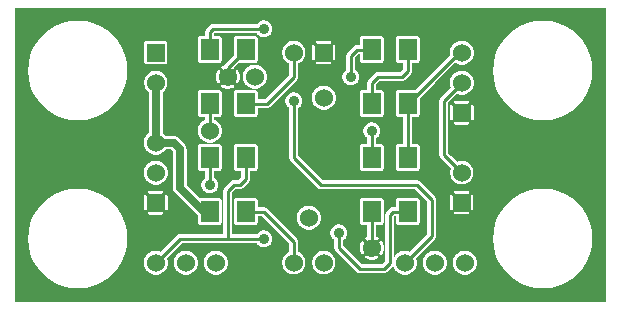
<source format=gbl>
G04 start of page 3 for group 1 idx 1 *
G04 Title: (unknown), ground *
G04 Creator: pcb 20140316 *
G04 CreationDate: Sat 19 Jul 2014 12:31:25 AM GMT UTC *
G04 For: visage *
G04 Format: Gerber/RS-274X *
G04 PCB-Dimensions (mil): 2010.00 1020.00 *
G04 PCB-Coordinate-Origin: lower left *
%MOIN*%
%FSLAX25Y25*%
%LNBOTTOM*%
%ADD30C,0.0380*%
%ADD29C,0.0350*%
%ADD28C,0.0200*%
%ADD27C,0.1260*%
%ADD26C,0.0360*%
%ADD25R,0.0600X0.0600*%
%ADD24C,0.0600*%
%ADD23C,0.0250*%
%ADD22C,0.0100*%
%ADD21C,0.0001*%
G54D21*G36*
X177974Y100000D02*X199000D01*
Y2000D01*
X177974D01*
Y6401D01*
X178000Y6399D01*
X180597Y6603D01*
X183130Y7211D01*
X185537Y8208D01*
X187758Y9569D01*
X189739Y11261D01*
X191431Y13242D01*
X192792Y15463D01*
X193789Y17870D01*
X194397Y20403D01*
X194550Y23000D01*
X194397Y25597D01*
X193789Y28130D01*
X192792Y30537D01*
X191431Y32758D01*
X189739Y34739D01*
X187758Y36431D01*
X185537Y37792D01*
X183130Y38789D01*
X180597Y39397D01*
X178000Y39601D01*
X177974Y39599D01*
Y62401D01*
X178000Y62399D01*
X180597Y62603D01*
X183130Y63211D01*
X185537Y64208D01*
X187758Y65569D01*
X189739Y67261D01*
X191431Y69242D01*
X192792Y71463D01*
X193789Y73870D01*
X194397Y76403D01*
X194550Y79000D01*
X194397Y81597D01*
X193789Y84130D01*
X192792Y86537D01*
X191431Y88758D01*
X189739Y90739D01*
X187758Y92431D01*
X185537Y93792D01*
X183130Y94789D01*
X180597Y95397D01*
X178000Y95601D01*
X177974Y95599D01*
Y100000D01*
G37*
G36*
X154450D02*X177974D01*
Y95599D01*
X175403Y95397D01*
X172870Y94789D01*
X170463Y93792D01*
X168242Y92431D01*
X166261Y90739D01*
X164569Y88758D01*
X163208Y86537D01*
X162211Y84130D01*
X161603Y81597D01*
X161399Y79000D01*
X161603Y76403D01*
X162211Y73870D01*
X163208Y71463D01*
X164569Y69242D01*
X166261Y67261D01*
X168242Y65569D01*
X170463Y64208D01*
X172870Y63211D01*
X175403Y62603D01*
X177974Y62401D01*
Y39599D01*
X175403Y39397D01*
X172870Y38789D01*
X170463Y37792D01*
X168242Y36431D01*
X166261Y34739D01*
X164569Y32758D01*
X163208Y30537D01*
X162211Y28130D01*
X161603Y25597D01*
X161399Y23000D01*
X161603Y20403D01*
X162211Y17870D01*
X163208Y15463D01*
X164569Y13242D01*
X166261Y11261D01*
X168242Y9569D01*
X170463Y8208D01*
X172870Y7211D01*
X175403Y6603D01*
X177974Y6401D01*
Y2000D01*
X154450D01*
Y11832D01*
X154837Y12163D01*
X155246Y12642D01*
X155575Y13178D01*
X155816Y13760D01*
X155963Y14372D01*
X156000Y15000D01*
X155963Y15628D01*
X155816Y16240D01*
X155575Y16822D01*
X155246Y17358D01*
X154837Y17837D01*
X154450Y18168D01*
Y32449D01*
X154521Y32454D01*
X154589Y32471D01*
X154655Y32498D01*
X154715Y32535D01*
X154769Y32581D01*
X154815Y32635D01*
X154852Y32695D01*
X154879Y32761D01*
X154896Y32829D01*
X154900Y32900D01*
Y37100D01*
X154896Y37171D01*
X154879Y37239D01*
X154852Y37305D01*
X154815Y37365D01*
X154769Y37419D01*
X154715Y37465D01*
X154655Y37502D01*
X154589Y37529D01*
X154521Y37546D01*
X154450Y37551D01*
Y43166D01*
X154486Y43224D01*
X154721Y43791D01*
X154864Y44388D01*
X154900Y45000D01*
X154864Y45612D01*
X154721Y46209D01*
X154486Y46776D01*
X154450Y46834D01*
Y62502D01*
X154500Y62498D01*
X154578Y62505D01*
X154655Y62523D01*
X154728Y62553D01*
X154795Y62594D01*
X154855Y62645D01*
X154906Y62705D01*
X154947Y62772D01*
X154977Y62845D01*
X154995Y62922D01*
X155000Y63000D01*
Y67000D01*
X154995Y67078D01*
X154977Y67155D01*
X154947Y67228D01*
X154906Y67295D01*
X154855Y67355D01*
X154795Y67406D01*
X154728Y67447D01*
X154655Y67477D01*
X154578Y67495D01*
X154500Y67502D01*
X154450Y67498D01*
Y72974D01*
X154575Y73178D01*
X154816Y73760D01*
X154963Y74372D01*
X155000Y75000D01*
X154963Y75628D01*
X154816Y76240D01*
X154575Y76822D01*
X154450Y77026D01*
Y82974D01*
X154575Y83178D01*
X154816Y83760D01*
X154963Y84372D01*
X155000Y85000D01*
X154963Y85628D01*
X154816Y86240D01*
X154575Y86822D01*
X154450Y87026D01*
Y100000D01*
G37*
G36*
Y77026D02*X154246Y77358D01*
X153837Y77837D01*
X153358Y78246D01*
X152822Y78575D01*
X152240Y78816D01*
X151628Y78963D01*
X151000Y79012D01*
X150372Y78963D01*
X149760Y78816D01*
X149248Y78604D01*
Y81396D01*
X149760Y81184D01*
X150372Y81037D01*
X151000Y80988D01*
X151628Y81037D01*
X152240Y81184D01*
X152822Y81425D01*
X153358Y81754D01*
X153837Y82163D01*
X154246Y82642D01*
X154450Y82974D01*
Y77026D01*
G37*
G36*
Y46834D02*X154165Y47299D01*
X153766Y47766D01*
X153299Y48165D01*
X152776Y48486D01*
X152209Y48721D01*
X151612Y48864D01*
X151000Y48912D01*
X150388Y48864D01*
X149791Y48721D01*
X149515Y48606D01*
X149248Y48874D01*
Y61000D01*
X153000D01*
X153078Y61005D01*
X153155Y61023D01*
X153228Y61053D01*
X153295Y61094D01*
X153355Y61145D01*
X153406Y61205D01*
X153447Y61272D01*
X153477Y61345D01*
X153495Y61422D01*
X153502Y61500D01*
X153495Y61578D01*
X153477Y61655D01*
X153447Y61728D01*
X153406Y61795D01*
X153355Y61855D01*
X153295Y61906D01*
X153228Y61947D01*
X153155Y61977D01*
X153078Y61995D01*
X153000Y62000D01*
X149248D01*
Y68000D01*
X153000D01*
X153078Y68005D01*
X153155Y68023D01*
X153228Y68053D01*
X153295Y68094D01*
X153355Y68145D01*
X153406Y68205D01*
X153447Y68272D01*
X153477Y68345D01*
X153495Y68422D01*
X153502Y68500D01*
X153495Y68578D01*
X153477Y68655D01*
X153447Y68728D01*
X153406Y68795D01*
X153355Y68855D01*
X153295Y68906D01*
X153228Y68947D01*
X153155Y68977D01*
X153078Y68995D01*
X153000Y69000D01*
X149248D01*
Y71126D01*
X149439Y71317D01*
X149760Y71184D01*
X150372Y71037D01*
X151000Y70988D01*
X151628Y71037D01*
X152240Y71184D01*
X152822Y71425D01*
X153358Y71754D01*
X153837Y72163D01*
X154246Y72642D01*
X154450Y72974D01*
Y67498D01*
X154422Y67495D01*
X154345Y67477D01*
X154272Y67447D01*
X154205Y67406D01*
X154145Y67355D01*
X154094Y67295D01*
X154053Y67228D01*
X154023Y67155D01*
X154005Y67078D01*
X154000Y67000D01*
Y63000D01*
X154005Y62922D01*
X154023Y62845D01*
X154053Y62772D01*
X154094Y62705D01*
X154145Y62645D01*
X154205Y62594D01*
X154272Y62553D01*
X154345Y62523D01*
X154422Y62505D01*
X154450Y62502D01*
Y46834D01*
G37*
G36*
Y18168D02*X154358Y18246D01*
X153822Y18575D01*
X153240Y18816D01*
X152628Y18963D01*
X152000Y19012D01*
X151372Y18963D01*
X150760Y18816D01*
X150178Y18575D01*
X149642Y18246D01*
X149248Y17910D01*
Y31100D01*
X153100D01*
X153171Y31104D01*
X153239Y31121D01*
X153305Y31148D01*
X153365Y31185D01*
X153419Y31231D01*
X153465Y31285D01*
X153502Y31345D01*
X153529Y31411D01*
X153546Y31479D01*
X153551Y31550D01*
X153546Y31621D01*
X153529Y31689D01*
X153502Y31755D01*
X153465Y31815D01*
X153419Y31869D01*
X153365Y31915D01*
X153305Y31952D01*
X153239Y31979D01*
X153171Y31996D01*
X153100Y32000D01*
X149248D01*
Y38000D01*
X153100D01*
X153171Y38004D01*
X153239Y38021D01*
X153305Y38048D01*
X153365Y38085D01*
X153419Y38131D01*
X153465Y38185D01*
X153502Y38245D01*
X153529Y38311D01*
X153546Y38379D01*
X153551Y38450D01*
X153546Y38521D01*
X153529Y38589D01*
X153502Y38655D01*
X153465Y38715D01*
X153419Y38769D01*
X153365Y38815D01*
X153305Y38852D01*
X153239Y38879D01*
X153171Y38896D01*
X153100Y38900D01*
X149248D01*
Y41505D01*
X149791Y41279D01*
X150388Y41136D01*
X151000Y41088D01*
X151612Y41136D01*
X152209Y41279D01*
X152776Y41514D01*
X153299Y41835D01*
X153766Y42234D01*
X154165Y42701D01*
X154450Y43166D01*
Y37551D01*
X154379Y37546D01*
X154311Y37529D01*
X154245Y37502D01*
X154185Y37465D01*
X154131Y37419D01*
X154085Y37365D01*
X154048Y37305D01*
X154021Y37239D01*
X154004Y37171D01*
X154000Y37100D01*
Y32900D01*
X154004Y32829D01*
X154021Y32761D01*
X154048Y32695D01*
X154085Y32635D01*
X154131Y32581D01*
X154185Y32535D01*
X154245Y32498D01*
X154311Y32471D01*
X154379Y32454D01*
X154450Y32449D01*
Y18168D01*
G37*
G36*
Y2000D02*X149248D01*
Y12090D01*
X149642Y11754D01*
X150178Y11425D01*
X150760Y11184D01*
X151372Y11037D01*
X152000Y10988D01*
X152628Y11037D01*
X153240Y11184D01*
X153822Y11425D01*
X154358Y11754D01*
X154450Y11832D01*
Y2000D01*
G37*
G36*
X149248Y100000D02*X154450D01*
Y87026D01*
X154246Y87358D01*
X153837Y87837D01*
X153358Y88246D01*
X152822Y88575D01*
X152240Y88816D01*
X151628Y88963D01*
X151000Y89012D01*
X150372Y88963D01*
X149760Y88816D01*
X149248Y88604D01*
Y100000D01*
G37*
G36*
Y48874D02*X147500Y50621D01*
Y62498D01*
X147578Y62505D01*
X147655Y62523D01*
X147728Y62553D01*
X147795Y62594D01*
X147855Y62645D01*
X147906Y62705D01*
X147947Y62772D01*
X147977Y62845D01*
X147995Y62922D01*
X148000Y63000D01*
Y67000D01*
X147995Y67078D01*
X147977Y67155D01*
X147947Y67228D01*
X147906Y67295D01*
X147855Y67355D01*
X147795Y67406D01*
X147728Y67447D01*
X147655Y67477D01*
X147578Y67495D01*
X147500Y67502D01*
Y69379D01*
X149248Y71126D01*
Y69000D01*
X149000D01*
X148922Y68995D01*
X148845Y68977D01*
X148772Y68947D01*
X148705Y68906D01*
X148645Y68855D01*
X148594Y68795D01*
X148553Y68728D01*
X148523Y68655D01*
X148505Y68578D01*
X148498Y68500D01*
X148505Y68422D01*
X148523Y68345D01*
X148553Y68272D01*
X148594Y68205D01*
X148645Y68145D01*
X148705Y68094D01*
X148772Y68053D01*
X148845Y68023D01*
X148922Y68005D01*
X149000Y68000D01*
X149248D01*
Y62000D01*
X149000D01*
X148922Y61995D01*
X148845Y61977D01*
X148772Y61947D01*
X148705Y61906D01*
X148645Y61855D01*
X148594Y61795D01*
X148553Y61728D01*
X148523Y61655D01*
X148505Y61578D01*
X148498Y61500D01*
X148505Y61422D01*
X148523Y61345D01*
X148553Y61272D01*
X148594Y61205D01*
X148645Y61145D01*
X148705Y61094D01*
X148772Y61053D01*
X148845Y61023D01*
X148922Y61005D01*
X149000Y61000D01*
X149248D01*
Y48874D01*
G37*
G36*
X147500Y50621D02*X146500Y51621D01*
Y68379D01*
X147500Y69379D01*
Y67502D01*
X147422Y67495D01*
X147345Y67477D01*
X147272Y67447D01*
X147205Y67406D01*
X147145Y67355D01*
X147094Y67295D01*
X147053Y67228D01*
X147023Y67155D01*
X147005Y67078D01*
X147000Y67000D01*
Y63000D01*
X147005Y62922D01*
X147023Y62845D01*
X147053Y62772D01*
X147094Y62705D01*
X147145Y62645D01*
X147205Y62594D01*
X147272Y62553D01*
X147345Y62523D01*
X147422Y62505D01*
X147500Y62498D01*
Y50621D01*
G37*
G36*
X147550Y80429D02*X148786Y81665D01*
X149178Y81425D01*
X149248Y81396D01*
Y78604D01*
X149178Y78575D01*
X148642Y78246D01*
X148163Y77837D01*
X147754Y77358D01*
X147550Y77026D01*
Y80429D01*
G37*
G36*
X149248Y2000D02*X147550D01*
Y32449D01*
X147621Y32454D01*
X147689Y32471D01*
X147755Y32498D01*
X147815Y32535D01*
X147869Y32581D01*
X147915Y32635D01*
X147952Y32695D01*
X147979Y32761D01*
X147996Y32829D01*
X148000Y32900D01*
Y37100D01*
X147996Y37171D01*
X147979Y37239D01*
X147952Y37305D01*
X147915Y37365D01*
X147869Y37419D01*
X147815Y37465D01*
X147755Y37502D01*
X147689Y37529D01*
X147621Y37546D01*
X147550Y37551D01*
Y43166D01*
X147835Y42701D01*
X148234Y42234D01*
X148701Y41835D01*
X149224Y41514D01*
X149248Y41505D01*
Y38900D01*
X148900D01*
X148829Y38896D01*
X148761Y38879D01*
X148695Y38852D01*
X148635Y38815D01*
X148581Y38769D01*
X148535Y38715D01*
X148498Y38655D01*
X148471Y38589D01*
X148454Y38521D01*
X148449Y38450D01*
X148454Y38379D01*
X148471Y38311D01*
X148498Y38245D01*
X148535Y38185D01*
X148581Y38131D01*
X148635Y38085D01*
X148695Y38048D01*
X148761Y38021D01*
X148829Y38004D01*
X148900Y38000D01*
X149248D01*
Y32000D01*
X148900D01*
X148829Y31996D01*
X148761Y31979D01*
X148695Y31952D01*
X148635Y31915D01*
X148581Y31869D01*
X148535Y31815D01*
X148498Y31755D01*
X148471Y31689D01*
X148454Y31621D01*
X148449Y31550D01*
X148454Y31479D01*
X148471Y31411D01*
X148498Y31345D01*
X148535Y31285D01*
X148581Y31231D01*
X148635Y31185D01*
X148695Y31148D01*
X148761Y31121D01*
X148829Y31104D01*
X148900Y31100D01*
X149248D01*
Y17910D01*
X149163Y17837D01*
X148754Y17358D01*
X148425Y16822D01*
X148184Y16240D01*
X148037Y15628D01*
X147988Y15000D01*
X148037Y14372D01*
X148184Y13760D01*
X148425Y13178D01*
X148754Y12642D01*
X149163Y12163D01*
X149248Y12090D01*
Y2000D01*
G37*
G36*
X147550D02*X142000D01*
Y10988D01*
X142628Y11037D01*
X143240Y11184D01*
X143822Y11425D01*
X144358Y11754D01*
X144837Y12163D01*
X145246Y12642D01*
X145575Y13178D01*
X145816Y13760D01*
X145963Y14372D01*
X146000Y15000D01*
X145963Y15628D01*
X145816Y16240D01*
X145575Y16822D01*
X145246Y17358D01*
X144837Y17837D01*
X144358Y18246D01*
X143822Y18575D01*
X143240Y18816D01*
X142628Y18963D01*
X142000Y19012D01*
Y22879D01*
X142019Y22898D01*
X142064Y22936D01*
X142217Y23115D01*
X142217Y23116D01*
X142341Y23317D01*
X142431Y23535D01*
X142486Y23765D01*
X142505Y24000D01*
X142500Y24059D01*
Y35941D01*
X142505Y36000D01*
X142486Y36235D01*
X142486Y36235D01*
X142431Y36465D01*
X142341Y36683D01*
X142217Y36884D01*
X142064Y37064D01*
X142019Y37102D01*
X142000Y37121D01*
Y74879D01*
X147550Y80429D01*
Y77026D01*
X147425Y76822D01*
X147184Y76240D01*
X147037Y75628D01*
X146988Y75000D01*
X147037Y74372D01*
X147184Y73760D01*
X147317Y73439D01*
X143981Y70102D01*
X143936Y70064D01*
X143783Y69884D01*
X143659Y69683D01*
X143569Y69465D01*
X143514Y69235D01*
X143514Y69235D01*
X143495Y69000D01*
X143500Y68941D01*
Y51059D01*
X143495Y51000D01*
X143514Y50765D01*
X143569Y50535D01*
X143659Y50317D01*
X143783Y50116D01*
X143783Y50115D01*
X143936Y49936D01*
X143981Y49898D01*
X147394Y46485D01*
X147279Y46209D01*
X147136Y45612D01*
X147088Y45000D01*
X147136Y44388D01*
X147279Y43791D01*
X147514Y43224D01*
X147550Y43166D01*
Y37551D01*
X147479Y37546D01*
X147411Y37529D01*
X147345Y37502D01*
X147285Y37465D01*
X147231Y37419D01*
X147185Y37365D01*
X147148Y37305D01*
X147121Y37239D01*
X147104Y37171D01*
X147100Y37100D01*
Y32900D01*
X147104Y32829D01*
X147121Y32761D01*
X147148Y32695D01*
X147185Y32635D01*
X147231Y32581D01*
X147285Y32535D01*
X147345Y32498D01*
X147411Y32471D01*
X147479Y32454D01*
X147550Y32449D01*
Y2000D01*
G37*
G36*
X142000Y100000D02*X149248D01*
Y88604D01*
X149178Y88575D01*
X148642Y88246D01*
X148163Y87837D01*
X147754Y87358D01*
X147425Y86822D01*
X147184Y86240D01*
X147037Y85628D01*
X146988Y85000D01*
X147037Y84372D01*
X147078Y84200D01*
X142000Y79121D01*
Y100000D01*
G37*
G36*
X118096Y11500D02*X124941D01*
X125000Y11495D01*
X125235Y11514D01*
X125235Y11514D01*
X125465Y11569D01*
X125683Y11659D01*
X125884Y11783D01*
X126064Y11936D01*
X126102Y11981D01*
X128019Y13898D01*
X128064Y13936D01*
X128125Y14007D01*
X128184Y13760D01*
X128425Y13178D01*
X128754Y12642D01*
X129163Y12163D01*
X129642Y11754D01*
X130178Y11425D01*
X130760Y11184D01*
X131372Y11037D01*
X132000Y10988D01*
X132628Y11037D01*
X133240Y11184D01*
X133822Y11425D01*
X134358Y11754D01*
X134837Y12163D01*
X135246Y12642D01*
X135575Y13178D01*
X135816Y13760D01*
X135963Y14372D01*
X136000Y15000D01*
X135963Y15628D01*
X135816Y16240D01*
X135683Y16561D01*
X142000Y22879D01*
Y19012D01*
X141372Y18963D01*
X140760Y18816D01*
X140178Y18575D01*
X139642Y18246D01*
X139163Y17837D01*
X138754Y17358D01*
X138425Y16822D01*
X138184Y16240D01*
X138037Y15628D01*
X137988Y15000D01*
X138037Y14372D01*
X138184Y13760D01*
X138425Y13178D01*
X138754Y12642D01*
X139163Y12163D01*
X139642Y11754D01*
X140178Y11425D01*
X140760Y11184D01*
X141372Y11037D01*
X142000Y10988D01*
Y2000D01*
X118096D01*
Y11500D01*
G37*
G36*
X124225Y39500D02*X135379D01*
X139500Y35379D01*
Y24621D01*
X133561Y18683D01*
X133240Y18816D01*
X132628Y18963D01*
X132000Y19012D01*
X131372Y18963D01*
X130760Y18816D01*
X130178Y18575D01*
X129642Y18246D01*
X129163Y17837D01*
X128754Y17358D01*
X128500Y16944D01*
Y30379D01*
X128621Y30500D01*
X129006D01*
X129009Y28343D01*
X129046Y28190D01*
X129106Y28045D01*
X129188Y27910D01*
X129291Y27791D01*
X129410Y27688D01*
X129545Y27606D01*
X129690Y27546D01*
X129843Y27509D01*
X130000Y27500D01*
X136157Y27509D01*
X136310Y27546D01*
X136455Y27606D01*
X136590Y27688D01*
X136709Y27791D01*
X136812Y27910D01*
X136894Y28045D01*
X136954Y28190D01*
X136991Y28343D01*
X137000Y28500D01*
X136991Y35657D01*
X136954Y35810D01*
X136894Y35955D01*
X136812Y36090D01*
X136709Y36209D01*
X136590Y36312D01*
X136455Y36394D01*
X136310Y36454D01*
X136157Y36491D01*
X136000Y36500D01*
X129843Y36491D01*
X129690Y36454D01*
X129545Y36394D01*
X129410Y36312D01*
X129291Y36209D01*
X129188Y36090D01*
X129106Y35955D01*
X129046Y35810D01*
X129009Y35657D01*
X129000Y35500D01*
X129003Y33500D01*
X128059D01*
X128000Y33505D01*
X127765Y33486D01*
X127535Y33431D01*
X127317Y33341D01*
X127116Y33217D01*
X127115Y33217D01*
X126936Y33064D01*
X126898Y33019D01*
X125981Y32102D01*
X125936Y32064D01*
X125783Y31884D01*
X125659Y31683D01*
X125569Y31465D01*
X125514Y31235D01*
X125514Y31235D01*
X125495Y31000D01*
X125500Y30941D01*
Y15621D01*
X124379Y14500D01*
X124225D01*
Y17617D01*
X124246Y17642D01*
X124575Y18178D01*
X124816Y18760D01*
X124963Y19372D01*
X125000Y20000D01*
X124963Y20628D01*
X124816Y21240D01*
X124575Y21822D01*
X124246Y22358D01*
X124225Y22383D01*
Y27526D01*
X124310Y27546D01*
X124455Y27606D01*
X124590Y27688D01*
X124709Y27791D01*
X124812Y27910D01*
X124894Y28045D01*
X124954Y28190D01*
X124991Y28343D01*
X125000Y28500D01*
X124991Y35657D01*
X124954Y35810D01*
X124894Y35955D01*
X124812Y36090D01*
X124709Y36209D01*
X124590Y36312D01*
X124455Y36394D01*
X124310Y36454D01*
X124225Y36474D01*
Y39500D01*
G37*
G36*
Y14500D02*X121000D01*
Y15988D01*
X121628Y16037D01*
X122240Y16184D01*
X122822Y16425D01*
X123358Y16754D01*
X123456Y16837D01*
X122743Y17550D01*
X122366Y17319D01*
X121930Y17138D01*
X121471Y17028D01*
X121000Y16991D01*
Y18495D01*
X121235Y18514D01*
X121465Y18569D01*
X121683Y18659D01*
X121884Y18783D01*
X122064Y18936D01*
X122217Y19116D01*
X122341Y19317D01*
X122431Y19535D01*
X122486Y19765D01*
X122500Y20000D01*
Y22599D01*
X122743Y22450D01*
X123456Y23163D01*
X123358Y23246D01*
X122822Y23575D01*
X122500Y23708D01*
Y27507D01*
X124157Y27509D01*
X124225Y27526D01*
Y22383D01*
X124163Y22456D01*
X123450Y21743D01*
X123681Y21366D01*
X123862Y20930D01*
X123972Y20471D01*
X124000Y20000D01*
X123972Y19529D01*
X123862Y19070D01*
X123681Y18634D01*
X123450Y18257D01*
X124163Y17544D01*
X124225Y17617D01*
Y14500D01*
G37*
G36*
X121000Y39500D02*X124225D01*
Y36474D01*
X124157Y36491D01*
X124000Y36500D01*
X121000Y36495D01*
Y39500D01*
G37*
G36*
Y14500D02*X118096D01*
Y17803D01*
X118550Y18257D01*
X118319Y18634D01*
X118138Y19070D01*
X118096Y19246D01*
Y20754D01*
X118138Y20930D01*
X118319Y21366D01*
X118550Y21743D01*
X118096Y22197D01*
Y27500D01*
X119500Y27502D01*
Y23708D01*
X119178Y23575D01*
X118642Y23246D01*
X118544Y23163D01*
X119257Y22450D01*
X119500Y22599D01*
Y20000D01*
X119514Y19765D01*
X119569Y19535D01*
X119659Y19317D01*
X119783Y19116D01*
X119936Y18936D01*
X120116Y18783D01*
X120317Y18659D01*
X120535Y18569D01*
X120765Y18514D01*
X121000Y18495D01*
Y16991D01*
X120529Y17028D01*
X120070Y17138D01*
X119634Y17319D01*
X119257Y17550D01*
X118544Y16837D01*
X118642Y16754D01*
X119178Y16425D01*
X119760Y16184D01*
X120372Y16037D01*
X121000Y15988D01*
Y14500D01*
G37*
G36*
X118096Y39500D02*X121000D01*
Y36495D01*
X118096Y36491D01*
Y39500D01*
G37*
G36*
Y100000D02*X142000D01*
Y79121D01*
X135378Y72499D01*
X129843Y72491D01*
X129690Y72454D01*
X129545Y72394D01*
X129410Y72312D01*
X129291Y72209D01*
X129188Y72090D01*
X129106Y71955D01*
X129046Y71810D01*
X129009Y71657D01*
X129000Y71500D01*
X129009Y64343D01*
X129046Y64190D01*
X129106Y64045D01*
X129188Y63910D01*
X129291Y63791D01*
X129410Y63688D01*
X129545Y63606D01*
X129690Y63546D01*
X129843Y63509D01*
X130000Y63500D01*
X131500Y63502D01*
Y54493D01*
X129843Y54491D01*
X129690Y54454D01*
X129545Y54394D01*
X129410Y54312D01*
X129291Y54209D01*
X129188Y54090D01*
X129106Y53955D01*
X129046Y53810D01*
X129009Y53657D01*
X129000Y53500D01*
X129009Y46343D01*
X129046Y46190D01*
X129106Y46045D01*
X129188Y45910D01*
X129291Y45791D01*
X129410Y45688D01*
X129545Y45606D01*
X129690Y45546D01*
X129843Y45509D01*
X130000Y45500D01*
X136157Y45509D01*
X136310Y45546D01*
X136455Y45606D01*
X136590Y45688D01*
X136709Y45791D01*
X136812Y45910D01*
X136894Y46045D01*
X136954Y46190D01*
X136991Y46343D01*
X137000Y46500D01*
X136991Y53657D01*
X136954Y53810D01*
X136894Y53955D01*
X136812Y54090D01*
X136709Y54209D01*
X136590Y54312D01*
X136455Y54394D01*
X136310Y54454D01*
X136157Y54491D01*
X136000Y54500D01*
X134500Y54498D01*
Y63507D01*
X136157Y63509D01*
X136310Y63546D01*
X136455Y63606D01*
X136590Y63688D01*
X136709Y63791D01*
X136812Y63910D01*
X136894Y64045D01*
X136954Y64190D01*
X136991Y64343D01*
X137000Y64500D01*
X136993Y69872D01*
X142000Y74879D01*
Y37121D01*
X137102Y42019D01*
X137064Y42064D01*
X136884Y42217D01*
X136683Y42341D01*
X136465Y42431D01*
X136235Y42486D01*
X136000Y42505D01*
X135941Y42500D01*
X118096D01*
Y45500D01*
X124157Y45509D01*
X124310Y45546D01*
X124455Y45606D01*
X124590Y45688D01*
X124709Y45791D01*
X124812Y45910D01*
X124894Y46045D01*
X124954Y46190D01*
X124991Y46343D01*
X125000Y46500D01*
X124991Y53657D01*
X124954Y53810D01*
X124894Y53955D01*
X124812Y54090D01*
X124709Y54209D01*
X124590Y54312D01*
X124455Y54394D01*
X124310Y54454D01*
X124157Y54491D01*
X124000Y54500D01*
X122500Y54498D01*
Y56635D01*
X122651Y56728D01*
X122986Y57014D01*
X123272Y57349D01*
X123503Y57725D01*
X123671Y58132D01*
X123774Y58561D01*
X123800Y59000D01*
X123774Y59439D01*
X123671Y59868D01*
X123503Y60275D01*
X123272Y60651D01*
X122986Y60986D01*
X122651Y61272D01*
X122275Y61503D01*
X121868Y61671D01*
X121439Y61774D01*
X121000Y61809D01*
X120561Y61774D01*
X120132Y61671D01*
X119725Y61503D01*
X119349Y61272D01*
X119014Y60986D01*
X118728Y60651D01*
X118497Y60275D01*
X118329Y59868D01*
X118226Y59439D01*
X118191Y59000D01*
X118226Y58561D01*
X118329Y58132D01*
X118497Y57725D01*
X118728Y57349D01*
X119014Y57014D01*
X119349Y56728D01*
X119500Y56635D01*
Y54493D01*
X118096Y54491D01*
Y63500D01*
X124157Y63509D01*
X124310Y63546D01*
X124455Y63606D01*
X124590Y63688D01*
X124709Y63791D01*
X124812Y63910D01*
X124894Y64045D01*
X124954Y64190D01*
X124991Y64343D01*
X125000Y64500D01*
X124991Y71657D01*
X124954Y71810D01*
X124894Y71955D01*
X124812Y72090D01*
X124709Y72209D01*
X124590Y72312D01*
X124455Y72394D01*
X124310Y72454D01*
X124157Y72491D01*
X124000Y72500D01*
X122500Y72498D01*
Y74379D01*
X123621Y75500D01*
X130941D01*
X131000Y75495D01*
X131235Y75514D01*
X131235Y75514D01*
X131465Y75569D01*
X131683Y75659D01*
X131884Y75783D01*
X132064Y75936D01*
X132102Y75981D01*
X134019Y77898D01*
X134064Y77936D01*
X134217Y78115D01*
X134217Y78116D01*
X134341Y78317D01*
X134431Y78535D01*
X134486Y78765D01*
X134505Y79000D01*
X134500Y79059D01*
Y81507D01*
X136157Y81509D01*
X136310Y81546D01*
X136455Y81606D01*
X136590Y81688D01*
X136709Y81791D01*
X136812Y81910D01*
X136894Y82045D01*
X136954Y82190D01*
X136991Y82343D01*
X137000Y82500D01*
X136991Y89657D01*
X136954Y89810D01*
X136894Y89955D01*
X136812Y90090D01*
X136709Y90209D01*
X136590Y90312D01*
X136455Y90394D01*
X136310Y90454D01*
X136157Y90491D01*
X136000Y90500D01*
X129843Y90491D01*
X129690Y90454D01*
X129545Y90394D01*
X129410Y90312D01*
X129291Y90209D01*
X129188Y90090D01*
X129106Y89955D01*
X129046Y89810D01*
X129009Y89657D01*
X129000Y89500D01*
X129009Y82343D01*
X129046Y82190D01*
X129106Y82045D01*
X129188Y81910D01*
X129291Y81791D01*
X129410Y81688D01*
X129545Y81606D01*
X129690Y81546D01*
X129843Y81509D01*
X130000Y81500D01*
X131500Y81502D01*
Y79621D01*
X130379Y78500D01*
X123059D01*
X123000Y78505D01*
X122765Y78486D01*
X122535Y78431D01*
X122317Y78341D01*
X122116Y78217D01*
X122115Y78217D01*
X121936Y78064D01*
X121898Y78019D01*
X119981Y76102D01*
X119936Y76064D01*
X119783Y75884D01*
X119659Y75683D01*
X119569Y75465D01*
X119514Y75235D01*
X119514Y75235D01*
X119495Y75000D01*
X119500Y74941D01*
Y72493D01*
X118096Y72491D01*
Y81500D01*
X124157Y81509D01*
X124310Y81546D01*
X124455Y81606D01*
X124590Y81688D01*
X124709Y81791D01*
X124812Y81910D01*
X124894Y82045D01*
X124954Y82190D01*
X124991Y82343D01*
X125000Y82500D01*
X124991Y89657D01*
X124954Y89810D01*
X124894Y89955D01*
X124812Y90090D01*
X124709Y90209D01*
X124590Y90312D01*
X124455Y90394D01*
X124310Y90454D01*
X124157Y90491D01*
X124000Y90500D01*
X118096Y90491D01*
Y100000D01*
G37*
G36*
Y19246D02*X118028Y19529D01*
X117991Y20000D01*
X118028Y20471D01*
X118096Y20754D01*
Y19246D01*
G37*
G36*
X104994Y39500D02*X118096D01*
Y36491D01*
X117843Y36491D01*
X117690Y36454D01*
X117545Y36394D01*
X117410Y36312D01*
X117291Y36209D01*
X117188Y36090D01*
X117106Y35955D01*
X117046Y35810D01*
X117009Y35657D01*
X117000Y35500D01*
X117009Y28343D01*
X117046Y28190D01*
X117106Y28045D01*
X117188Y27910D01*
X117291Y27791D01*
X117410Y27688D01*
X117545Y27606D01*
X117690Y27546D01*
X117843Y27509D01*
X118000Y27500D01*
X118096Y27500D01*
Y22197D01*
X117837Y22456D01*
X117754Y22358D01*
X117425Y21822D01*
X117184Y21240D01*
X117037Y20628D01*
X116988Y20000D01*
X117037Y19372D01*
X117184Y18760D01*
X117425Y18178D01*
X117754Y17642D01*
X117837Y17544D01*
X118096Y17803D01*
Y14500D01*
X117621D01*
X111500Y20621D01*
Y22635D01*
X111651Y22728D01*
X111986Y23014D01*
X112272Y23349D01*
X112503Y23725D01*
X112671Y24132D01*
X112774Y24561D01*
X112800Y25000D01*
X112774Y25439D01*
X112671Y25868D01*
X112503Y26275D01*
X112272Y26651D01*
X111986Y26986D01*
X111651Y27272D01*
X111275Y27503D01*
X110868Y27671D01*
X110439Y27774D01*
X110000Y27809D01*
X109561Y27774D01*
X109132Y27671D01*
X108725Y27503D01*
X108349Y27272D01*
X108014Y26986D01*
X107728Y26651D01*
X107497Y26275D01*
X107329Y25868D01*
X107226Y25439D01*
X107191Y25000D01*
X107226Y24561D01*
X107329Y24132D01*
X107497Y23725D01*
X107728Y23349D01*
X108014Y23014D01*
X108349Y22728D01*
X108500Y22635D01*
Y20059D01*
X108495Y20000D01*
X108514Y19765D01*
X108569Y19535D01*
X108659Y19317D01*
X108783Y19116D01*
X108936Y18936D01*
X108981Y18898D01*
X115898Y11981D01*
X115936Y11936D01*
X116115Y11783D01*
X116116Y11783D01*
X116317Y11659D01*
X116535Y11569D01*
X116765Y11514D01*
X117000Y11495D01*
X117059Y11500D01*
X118096D01*
Y2000D01*
X104994D01*
Y11088D01*
X105000Y11088D01*
X105612Y11136D01*
X106209Y11279D01*
X106776Y11514D01*
X107299Y11835D01*
X107766Y12234D01*
X108165Y12701D01*
X108486Y13224D01*
X108721Y13791D01*
X108864Y14388D01*
X108900Y15000D01*
X108864Y15612D01*
X108721Y16209D01*
X108486Y16776D01*
X108165Y17299D01*
X107766Y17766D01*
X107299Y18165D01*
X106776Y18486D01*
X106209Y18721D01*
X105612Y18864D01*
X105000Y18912D01*
X104994Y18912D01*
Y39500D01*
G37*
G36*
X108450Y100000D02*X118096D01*
Y90491D01*
X117843Y90491D01*
X117690Y90454D01*
X117545Y90394D01*
X117410Y90312D01*
X117291Y90209D01*
X117188Y90090D01*
X117106Y89955D01*
X117046Y89810D01*
X117009Y89657D01*
X117000Y89500D01*
X117003Y87500D01*
X116059D01*
X116000Y87505D01*
X115765Y87486D01*
X115535Y87431D01*
X115317Y87341D01*
X115116Y87217D01*
X115115Y87217D01*
X114936Y87064D01*
X114898Y87019D01*
X112981Y85102D01*
X112936Y85064D01*
X112783Y84884D01*
X112659Y84683D01*
X112569Y84465D01*
X112514Y84235D01*
X112514Y84235D01*
X112495Y84000D01*
X112500Y83941D01*
Y79365D01*
X112349Y79272D01*
X112014Y78986D01*
X111728Y78651D01*
X111497Y78275D01*
X111329Y77868D01*
X111226Y77439D01*
X111191Y77000D01*
X111226Y76561D01*
X111329Y76132D01*
X111497Y75725D01*
X111728Y75349D01*
X112014Y75014D01*
X112349Y74728D01*
X112725Y74497D01*
X113132Y74329D01*
X113561Y74226D01*
X114000Y74191D01*
X114439Y74226D01*
X114868Y74329D01*
X115275Y74497D01*
X115651Y74728D01*
X115986Y75014D01*
X116272Y75349D01*
X116503Y75725D01*
X116671Y76132D01*
X116774Y76561D01*
X116800Y77000D01*
X116774Y77439D01*
X116671Y77868D01*
X116503Y78275D01*
X116272Y78651D01*
X115986Y78986D01*
X115651Y79272D01*
X115500Y79365D01*
Y83379D01*
X116621Y84500D01*
X117006D01*
X117009Y82343D01*
X117046Y82190D01*
X117106Y82045D01*
X117188Y81910D01*
X117291Y81791D01*
X117410Y81688D01*
X117545Y81606D01*
X117690Y81546D01*
X117843Y81509D01*
X118000Y81500D01*
X118096Y81500D01*
Y72491D01*
X117843Y72491D01*
X117690Y72454D01*
X117545Y72394D01*
X117410Y72312D01*
X117291Y72209D01*
X117188Y72090D01*
X117106Y71955D01*
X117046Y71810D01*
X117009Y71657D01*
X117000Y71500D01*
X117009Y64343D01*
X117046Y64190D01*
X117106Y64045D01*
X117188Y63910D01*
X117291Y63791D01*
X117410Y63688D01*
X117545Y63606D01*
X117690Y63546D01*
X117843Y63509D01*
X118000Y63500D01*
X118096Y63500D01*
Y54491D01*
X117843Y54491D01*
X117690Y54454D01*
X117545Y54394D01*
X117410Y54312D01*
X117291Y54209D01*
X117188Y54090D01*
X117106Y53955D01*
X117046Y53810D01*
X117009Y53657D01*
X117000Y53500D01*
X117009Y46343D01*
X117046Y46190D01*
X117106Y46045D01*
X117188Y45910D01*
X117291Y45791D01*
X117410Y45688D01*
X117545Y45606D01*
X117690Y45546D01*
X117843Y45509D01*
X118000Y45500D01*
X118096Y45500D01*
Y42500D01*
X108450D01*
Y67974D01*
X108575Y68178D01*
X108816Y68760D01*
X108963Y69372D01*
X109000Y70000D01*
X108963Y70628D01*
X108816Y71240D01*
X108575Y71822D01*
X108450Y72026D01*
Y82449D01*
X108521Y82454D01*
X108589Y82471D01*
X108655Y82498D01*
X108715Y82535D01*
X108769Y82581D01*
X108815Y82635D01*
X108852Y82695D01*
X108879Y82761D01*
X108896Y82829D01*
X108900Y82900D01*
Y87100D01*
X108896Y87171D01*
X108879Y87239D01*
X108852Y87305D01*
X108815Y87365D01*
X108769Y87419D01*
X108715Y87465D01*
X108655Y87502D01*
X108589Y87529D01*
X108521Y87546D01*
X108450Y87551D01*
Y100000D01*
G37*
G36*
Y42500D02*X104994D01*
Y65988D01*
X105000Y65988D01*
X105628Y66037D01*
X106240Y66184D01*
X106822Y66425D01*
X107358Y66754D01*
X107837Y67163D01*
X108246Y67642D01*
X108450Y67974D01*
Y42500D01*
G37*
G36*
X104994Y100000D02*X108450D01*
Y87551D01*
X108379Y87546D01*
X108311Y87529D01*
X108245Y87502D01*
X108185Y87465D01*
X108131Y87419D01*
X108085Y87365D01*
X108048Y87305D01*
X108021Y87239D01*
X108004Y87171D01*
X108000Y87100D01*
Y82900D01*
X108004Y82829D01*
X108021Y82761D01*
X108048Y82695D01*
X108085Y82635D01*
X108131Y82581D01*
X108185Y82535D01*
X108245Y82498D01*
X108311Y82471D01*
X108379Y82454D01*
X108450Y82449D01*
Y72026D01*
X108246Y72358D01*
X107837Y72837D01*
X107358Y73246D01*
X106822Y73575D01*
X106240Y73816D01*
X105628Y73963D01*
X105000Y74012D01*
X104994Y74012D01*
Y81100D01*
X107100D01*
X107171Y81104D01*
X107239Y81121D01*
X107305Y81148D01*
X107365Y81185D01*
X107419Y81231D01*
X107465Y81285D01*
X107502Y81345D01*
X107529Y81411D01*
X107546Y81479D01*
X107551Y81550D01*
X107546Y81621D01*
X107529Y81689D01*
X107502Y81755D01*
X107465Y81815D01*
X107419Y81869D01*
X107365Y81915D01*
X107305Y81952D01*
X107239Y81979D01*
X107171Y81996D01*
X107100Y82000D01*
X104994D01*
Y88000D01*
X107100D01*
X107171Y88004D01*
X107239Y88021D01*
X107305Y88048D01*
X107365Y88085D01*
X107419Y88131D01*
X107465Y88185D01*
X107502Y88245D01*
X107529Y88311D01*
X107546Y88379D01*
X107551Y88450D01*
X107546Y88521D01*
X107529Y88589D01*
X107502Y88655D01*
X107465Y88715D01*
X107419Y88769D01*
X107365Y88815D01*
X107305Y88852D01*
X107239Y88879D01*
X107171Y88896D01*
X107100Y88900D01*
X104994D01*
Y100000D01*
G37*
G36*
X99994Y42885D02*X102898Y39981D01*
X102936Y39936D01*
X103115Y39783D01*
X103116Y39783D01*
X103317Y39659D01*
X103535Y39569D01*
X103765Y39514D01*
X104000Y39495D01*
X104059Y39500D01*
X104994D01*
Y18912D01*
X104388Y18864D01*
X103791Y18721D01*
X103224Y18486D01*
X102701Y18165D01*
X102234Y17766D01*
X101835Y17299D01*
X101514Y16776D01*
X101279Y16209D01*
X101136Y15612D01*
X101088Y15000D01*
X101136Y14388D01*
X101279Y13791D01*
X101514Y13224D01*
X101835Y12701D01*
X102234Y12234D01*
X102701Y11835D01*
X103224Y11514D01*
X103791Y11279D01*
X104388Y11136D01*
X104994Y11088D01*
Y2000D01*
X99994D01*
Y25988D01*
X100000Y25988D01*
X100628Y26037D01*
X101240Y26184D01*
X101822Y26425D01*
X102358Y26754D01*
X102837Y27163D01*
X103246Y27642D01*
X103575Y28178D01*
X103816Y28760D01*
X103963Y29372D01*
X104000Y30000D01*
X103963Y30628D01*
X103816Y31240D01*
X103575Y31822D01*
X103246Y32358D01*
X102837Y32837D01*
X102358Y33246D01*
X101822Y33575D01*
X101240Y33816D01*
X100628Y33963D01*
X100000Y34012D01*
X99994Y34012D01*
Y42885D01*
G37*
G36*
X101550Y67974D02*X101754Y67642D01*
X102163Y67163D01*
X102642Y66754D01*
X103178Y66425D01*
X103760Y66184D01*
X104372Y66037D01*
X104994Y65988D01*
Y42500D01*
X104621D01*
X101550Y45571D01*
Y67974D01*
G37*
G36*
Y100000D02*X104994D01*
Y88900D01*
X102900D01*
X102829Y88896D01*
X102761Y88879D01*
X102695Y88852D01*
X102635Y88815D01*
X102581Y88769D01*
X102535Y88715D01*
X102498Y88655D01*
X102471Y88589D01*
X102454Y88521D01*
X102449Y88450D01*
X102454Y88379D01*
X102471Y88311D01*
X102498Y88245D01*
X102535Y88185D01*
X102581Y88131D01*
X102635Y88085D01*
X102695Y88048D01*
X102761Y88021D01*
X102829Y88004D01*
X102900Y88000D01*
X104994D01*
Y82000D01*
X102900D01*
X102829Y81996D01*
X102761Y81979D01*
X102695Y81952D01*
X102635Y81915D01*
X102581Y81869D01*
X102535Y81815D01*
X102498Y81755D01*
X102471Y81689D01*
X102454Y81621D01*
X102449Y81550D01*
X102454Y81479D01*
X102471Y81411D01*
X102498Y81345D01*
X102535Y81285D01*
X102581Y81231D01*
X102635Y81185D01*
X102695Y81148D01*
X102761Y81121D01*
X102829Y81104D01*
X102900Y81100D01*
X104994D01*
Y74012D01*
X104372Y73963D01*
X103760Y73816D01*
X103178Y73575D01*
X102642Y73246D01*
X102163Y72837D01*
X101754Y72358D01*
X101550Y72026D01*
Y82449D01*
X101621Y82454D01*
X101689Y82471D01*
X101755Y82498D01*
X101815Y82535D01*
X101869Y82581D01*
X101915Y82635D01*
X101952Y82695D01*
X101979Y82761D01*
X101996Y82829D01*
X102000Y82900D01*
Y87100D01*
X101996Y87171D01*
X101979Y87239D01*
X101952Y87305D01*
X101915Y87365D01*
X101869Y87419D01*
X101815Y87465D01*
X101755Y87502D01*
X101689Y87529D01*
X101621Y87546D01*
X101550Y87551D01*
Y100000D01*
G37*
G36*
X99994D02*X101550D01*
Y87551D01*
X101479Y87546D01*
X101411Y87529D01*
X101345Y87502D01*
X101285Y87465D01*
X101231Y87419D01*
X101185Y87365D01*
X101148Y87305D01*
X101121Y87239D01*
X101104Y87171D01*
X101100Y87100D01*
Y82900D01*
X101104Y82829D01*
X101121Y82761D01*
X101148Y82695D01*
X101185Y82635D01*
X101231Y82581D01*
X101285Y82535D01*
X101345Y82498D01*
X101411Y82471D01*
X101479Y82454D01*
X101550Y82449D01*
Y72026D01*
X101425Y71822D01*
X101184Y71240D01*
X101037Y70628D01*
X100988Y70000D01*
X101037Y69372D01*
X101184Y68760D01*
X101425Y68178D01*
X101550Y67974D01*
Y45571D01*
X99994Y47127D01*
Y100000D01*
G37*
G36*
X86950D02*X99994D01*
Y47127D01*
X96500Y50621D01*
Y66635D01*
X96651Y66728D01*
X96986Y67014D01*
X97272Y67349D01*
X97503Y67725D01*
X97671Y68132D01*
X97774Y68561D01*
X97800Y69000D01*
X97774Y69439D01*
X97671Y69868D01*
X97503Y70275D01*
X97272Y70651D01*
X96986Y70986D01*
X96651Y71272D01*
X96275Y71503D01*
X95868Y71671D01*
X95439Y71774D01*
X95000Y71809D01*
X94561Y71774D01*
X94132Y71671D01*
X93725Y71503D01*
X93349Y71272D01*
X93014Y70986D01*
X92728Y70651D01*
X92497Y70275D01*
X92329Y69868D01*
X92226Y69439D01*
X92191Y69000D01*
X92226Y68561D01*
X92329Y68132D01*
X92497Y67725D01*
X92728Y67349D01*
X93014Y67014D01*
X93349Y66728D01*
X93500Y66635D01*
Y50059D01*
X93495Y50000D01*
X93514Y49765D01*
X93569Y49535D01*
X93659Y49317D01*
X93783Y49116D01*
X93936Y48936D01*
X93981Y48898D01*
X99994Y42885D01*
Y34012D01*
X99372Y33963D01*
X98760Y33816D01*
X98178Y33575D01*
X97642Y33246D01*
X97163Y32837D01*
X96754Y32358D01*
X96425Y31822D01*
X96184Y31240D01*
X96037Y30628D01*
X95988Y30000D01*
X96037Y29372D01*
X96184Y28760D01*
X96425Y28178D01*
X96754Y27642D01*
X97163Y27163D01*
X97642Y26754D01*
X98178Y26425D01*
X98760Y26184D01*
X99372Y26037D01*
X99994Y25988D01*
Y2000D01*
X86950D01*
Y20983D01*
X86986Y21014D01*
X87272Y21349D01*
X87503Y21725D01*
X87671Y22132D01*
X87774Y22561D01*
X87800Y23000D01*
X87774Y23439D01*
X87671Y23868D01*
X87503Y24275D01*
X87272Y24651D01*
X86986Y24986D01*
X86950Y25017D01*
Y27929D01*
X93500Y21379D01*
Y18600D01*
X93224Y18486D01*
X92701Y18165D01*
X92234Y17766D01*
X91835Y17299D01*
X91514Y16776D01*
X91279Y16209D01*
X91136Y15612D01*
X91088Y15000D01*
X91136Y14388D01*
X91279Y13791D01*
X91514Y13224D01*
X91835Y12701D01*
X92234Y12234D01*
X92701Y11835D01*
X93224Y11514D01*
X93791Y11279D01*
X94388Y11136D01*
X95000Y11088D01*
X95612Y11136D01*
X96209Y11279D01*
X96776Y11514D01*
X97299Y11835D01*
X97766Y12234D01*
X98165Y12701D01*
X98486Y13224D01*
X98721Y13791D01*
X98864Y14388D01*
X98900Y15000D01*
X98864Y15612D01*
X98721Y16209D01*
X98486Y16776D01*
X98165Y17299D01*
X97766Y17766D01*
X97299Y18165D01*
X96776Y18486D01*
X96500Y18600D01*
Y21941D01*
X96505Y22000D01*
X96486Y22235D01*
X96486Y22235D01*
X96431Y22465D01*
X96341Y22683D01*
X96217Y22884D01*
X96064Y23064D01*
X96019Y23102D01*
X86950Y32171D01*
Y66839D01*
X87064Y66936D01*
X87102Y66981D01*
X96019Y75898D01*
X96064Y75936D01*
X96217Y76115D01*
X96217Y76116D01*
X96341Y76317D01*
X96431Y76535D01*
X96486Y76765D01*
X96505Y77000D01*
X96500Y77059D01*
Y81400D01*
X96776Y81514D01*
X97299Y81835D01*
X97766Y82234D01*
X98165Y82701D01*
X98486Y83224D01*
X98721Y83791D01*
X98864Y84388D01*
X98900Y85000D01*
X98864Y85612D01*
X98721Y86209D01*
X98486Y86776D01*
X98165Y87299D01*
X97766Y87766D01*
X97299Y88165D01*
X96776Y88486D01*
X96209Y88721D01*
X95612Y88864D01*
X95000Y88912D01*
X94388Y88864D01*
X93791Y88721D01*
X93224Y88486D01*
X92701Y88165D01*
X92234Y87766D01*
X91835Y87299D01*
X91514Y86776D01*
X91279Y86209D01*
X91136Y85612D01*
X91088Y85000D01*
X91136Y84388D01*
X91279Y83791D01*
X91514Y83224D01*
X91835Y82701D01*
X92234Y82234D01*
X92701Y81835D01*
X93224Y81514D01*
X93500Y81400D01*
Y77621D01*
X86950Y71071D01*
Y90983D01*
X86986Y91014D01*
X87272Y91349D01*
X87503Y91725D01*
X87671Y92132D01*
X87774Y92561D01*
X87800Y93000D01*
X87774Y93439D01*
X87671Y93868D01*
X87503Y94275D01*
X87272Y94651D01*
X86986Y94986D01*
X86950Y95017D01*
Y100000D01*
G37*
G36*
X68994Y21500D02*X72941D01*
X73000Y21495D01*
X73059Y21500D01*
X82635D01*
X82728Y21349D01*
X83014Y21014D01*
X83349Y20728D01*
X83725Y20497D01*
X84132Y20329D01*
X84561Y20226D01*
X85000Y20191D01*
X85439Y20226D01*
X85868Y20329D01*
X86275Y20497D01*
X86651Y20728D01*
X86950Y20983D01*
Y2000D01*
X68994D01*
Y10988D01*
X69000Y10988D01*
X69628Y11037D01*
X70240Y11184D01*
X70822Y11425D01*
X71358Y11754D01*
X71837Y12163D01*
X72246Y12642D01*
X72575Y13178D01*
X72816Y13760D01*
X72963Y14372D01*
X73000Y15000D01*
X72963Y15628D01*
X72816Y16240D01*
X72575Y16822D01*
X72246Y17358D01*
X71837Y17837D01*
X71358Y18246D01*
X70822Y18575D01*
X70240Y18816D01*
X69628Y18963D01*
X69000Y19012D01*
X68994Y19012D01*
Y21500D01*
G37*
G36*
X57994D02*X68994D01*
Y19012D01*
X68372Y18963D01*
X67760Y18816D01*
X67178Y18575D01*
X66642Y18246D01*
X66163Y17837D01*
X65754Y17358D01*
X65425Y16822D01*
X65184Y16240D01*
X65037Y15628D01*
X64988Y15000D01*
X65037Y14372D01*
X65184Y13760D01*
X65425Y13178D01*
X65754Y12642D01*
X66163Y12163D01*
X66642Y11754D01*
X67178Y11425D01*
X67760Y11184D01*
X68372Y11037D01*
X68994Y10988D01*
Y2000D01*
X57994D01*
Y11128D01*
X58372Y11037D01*
X59000Y10988D01*
X59628Y11037D01*
X60240Y11184D01*
X60822Y11425D01*
X61358Y11754D01*
X61837Y12163D01*
X62246Y12642D01*
X62575Y13178D01*
X62816Y13760D01*
X62963Y14372D01*
X63000Y15000D01*
X62963Y15628D01*
X62816Y16240D01*
X62575Y16822D01*
X62246Y17358D01*
X61837Y17837D01*
X61358Y18246D01*
X60822Y18575D01*
X60240Y18816D01*
X59628Y18963D01*
X59000Y19012D01*
X58372Y18963D01*
X57994Y18872D01*
Y21500D01*
G37*
G36*
X76909Y45501D02*X77500Y45502D01*
Y43621D01*
X76909Y43031D01*
Y45501D01*
G37*
G36*
Y27501D02*X82157Y27509D01*
X82310Y27546D01*
X82455Y27606D01*
X82590Y27688D01*
X82709Y27791D01*
X82812Y27910D01*
X82894Y28045D01*
X82954Y28190D01*
X82991Y28343D01*
X83000Y28500D01*
X82997Y30500D01*
X84379D01*
X86950Y27929D01*
Y25017D01*
X86651Y25272D01*
X86275Y25503D01*
X85868Y25671D01*
X85439Y25774D01*
X85000Y25809D01*
X84561Y25774D01*
X84132Y25671D01*
X83725Y25503D01*
X83349Y25272D01*
X83014Y24986D01*
X82728Y24651D01*
X82635Y24500D01*
X76909D01*
Y27501D01*
G37*
G36*
Y63501D02*X82157Y63509D01*
X82310Y63546D01*
X82455Y63606D01*
X82590Y63688D01*
X82709Y63791D01*
X82812Y63910D01*
X82894Y64045D01*
X82954Y64190D01*
X82991Y64343D01*
X83000Y64500D01*
X82997Y66500D01*
X85941D01*
X86000Y66495D01*
X86235Y66514D01*
X86235Y66514D01*
X86465Y66569D01*
X86683Y66659D01*
X86884Y66783D01*
X86950Y66839D01*
Y32171D01*
X86102Y33019D01*
X86064Y33064D01*
X85884Y33217D01*
X85683Y33341D01*
X85465Y33431D01*
X85235Y33486D01*
X85235Y33486D01*
X85000Y33505D01*
X84941Y33500D01*
X82994D01*
X82991Y35657D01*
X82954Y35810D01*
X82894Y35955D01*
X82812Y36090D01*
X82709Y36209D01*
X82590Y36312D01*
X82455Y36394D01*
X82310Y36454D01*
X82157Y36491D01*
X82000Y36500D01*
X76909Y36492D01*
Y39500D01*
X76941D01*
X77000Y39495D01*
X77235Y39514D01*
X77235Y39514D01*
X77465Y39569D01*
X77683Y39659D01*
X77884Y39783D01*
X78064Y39936D01*
X78102Y39981D01*
X80019Y41898D01*
X80064Y41936D01*
X80217Y42115D01*
X80217Y42116D01*
X80341Y42317D01*
X80431Y42535D01*
X80486Y42765D01*
X80505Y43000D01*
X80500Y43059D01*
Y45507D01*
X82157Y45509D01*
X82310Y45546D01*
X82455Y45606D01*
X82590Y45688D01*
X82709Y45791D01*
X82812Y45910D01*
X82894Y46045D01*
X82954Y46190D01*
X82991Y46343D01*
X83000Y46500D01*
X82991Y53657D01*
X82954Y53810D01*
X82894Y53955D01*
X82812Y54090D01*
X82709Y54209D01*
X82590Y54312D01*
X82455Y54394D01*
X82310Y54454D01*
X82157Y54491D01*
X82000Y54500D01*
X76909Y54492D01*
Y63501D01*
G37*
G36*
X81994Y91500D02*X82635D01*
X82728Y91349D01*
X83014Y91014D01*
X83349Y90728D01*
X83725Y90497D01*
X84132Y90329D01*
X84561Y90226D01*
X85000Y90191D01*
X85439Y90226D01*
X85868Y90329D01*
X86275Y90497D01*
X86651Y90728D01*
X86950Y90983D01*
Y71071D01*
X85379Y69500D01*
X82994D01*
X82991Y71657D01*
X82954Y71810D01*
X82894Y71955D01*
X82812Y72090D01*
X82709Y72209D01*
X82590Y72312D01*
X82455Y72394D01*
X82310Y72454D01*
X82157Y72491D01*
X82000Y72500D01*
X81994Y72500D01*
Y72988D01*
X82000Y72988D01*
X82628Y73037D01*
X83240Y73184D01*
X83822Y73425D01*
X84358Y73754D01*
X84837Y74163D01*
X85246Y74642D01*
X85575Y75178D01*
X85816Y75760D01*
X85963Y76372D01*
X86000Y77000D01*
X85963Y77628D01*
X85816Y78240D01*
X85575Y78822D01*
X85246Y79358D01*
X84837Y79837D01*
X84358Y80246D01*
X83822Y80575D01*
X83240Y80816D01*
X82628Y80963D01*
X82000Y81012D01*
X81994Y81012D01*
Y81509D01*
X82157Y81509D01*
X82310Y81546D01*
X82455Y81606D01*
X82590Y81688D01*
X82709Y81791D01*
X82812Y81910D01*
X82894Y82045D01*
X82954Y82190D01*
X82991Y82343D01*
X83000Y82500D01*
X82991Y89657D01*
X82954Y89810D01*
X82894Y89955D01*
X82812Y90090D01*
X82709Y90209D01*
X82590Y90312D01*
X82455Y90394D01*
X82310Y90454D01*
X82157Y90491D01*
X82000Y90500D01*
X81994Y90500D01*
Y91500D01*
G37*
G36*
Y72500D02*X76909Y72492D01*
Y76142D01*
X76967Y76456D01*
X77000Y76818D01*
Y77182D01*
X76967Y77544D01*
X76909Y77858D01*
Y81501D01*
X81994Y81509D01*
Y81012D01*
X81372Y80963D01*
X80760Y80816D01*
X80178Y80575D01*
X79642Y80246D01*
X79163Y79837D01*
X78754Y79358D01*
X78425Y78822D01*
X78184Y78240D01*
X78037Y77628D01*
X77988Y77000D01*
X78037Y76372D01*
X78184Y75760D01*
X78425Y75178D01*
X78754Y74642D01*
X79163Y74163D01*
X79642Y73754D01*
X80178Y73425D01*
X80760Y73184D01*
X81372Y73037D01*
X81994Y72988D01*
Y72500D01*
G37*
G36*
X76909Y91500D02*X81994D01*
Y90500D01*
X76909Y90492D01*
Y91500D01*
G37*
G36*
Y36492D02*X75843Y36491D01*
X75690Y36454D01*
X75545Y36394D01*
X75410Y36312D01*
X75291Y36209D01*
X75188Y36090D01*
X75106Y35955D01*
X75046Y35810D01*
X75009Y35657D01*
X75000Y35500D01*
X75009Y28343D01*
X75046Y28190D01*
X75106Y28045D01*
X75188Y27910D01*
X75291Y27791D01*
X75410Y27688D01*
X75545Y27606D01*
X75690Y27546D01*
X75843Y27509D01*
X76000Y27500D01*
X76909Y27501D01*
Y24500D01*
X74500D01*
Y38379D01*
X75621Y39500D01*
X76909D01*
Y36492D01*
G37*
G36*
X73002Y75495D02*X73235Y75514D01*
X73465Y75569D01*
X73683Y75659D01*
X73884Y75783D01*
X74064Y75936D01*
X74217Y76116D01*
X74341Y76317D01*
X74431Y76535D01*
X74486Y76765D01*
X74500Y77000D01*
Y79379D01*
X74694Y79572D01*
X74741Y79575D01*
X74818Y79591D01*
X74892Y79619D01*
X74960Y79658D01*
X75021Y79707D01*
X75074Y79766D01*
X75117Y79832D01*
X75149Y79904D01*
X75170Y79980D01*
X75178Y80057D01*
X76622Y81501D01*
X76909Y81501D01*
Y77858D01*
X76901Y77902D01*
X76803Y78252D01*
X76674Y78592D01*
X76515Y78919D01*
X76472Y78985D01*
X76419Y79044D01*
X76357Y79094D01*
X76288Y79133D01*
X76214Y79161D01*
X76137Y79177D01*
X76058Y79181D01*
X75979Y79173D01*
X75903Y79152D01*
X75830Y79120D01*
X75764Y79077D01*
X75705Y79024D01*
X75656Y78962D01*
X75616Y78893D01*
X75588Y78819D01*
X75572Y78742D01*
X75568Y78663D01*
X75576Y78584D01*
X75597Y78507D01*
X75630Y78436D01*
X75753Y78193D01*
X75850Y77938D01*
X75923Y77676D01*
X75972Y77408D01*
X75997Y77136D01*
Y76864D01*
X75972Y76592D01*
X75923Y76324D01*
X75850Y76062D01*
X75753Y75807D01*
X75633Y75563D01*
X75600Y75491D01*
X75579Y75416D01*
X75571Y75337D01*
X75575Y75259D01*
X75591Y75182D01*
X75619Y75108D01*
X75658Y75040D01*
X75707Y74979D01*
X75766Y74926D01*
X75832Y74883D01*
X75904Y74851D01*
X75980Y74830D01*
X76058Y74822D01*
X76136Y74826D01*
X76213Y74842D01*
X76287Y74870D01*
X76355Y74909D01*
X76416Y74958D01*
X76469Y75017D01*
X76511Y75083D01*
X76674Y75408D01*
X76803Y75748D01*
X76901Y76098D01*
X76909Y76142D01*
Y72492D01*
X75843Y72491D01*
X75690Y72454D01*
X75545Y72394D01*
X75410Y72312D01*
X75291Y72209D01*
X75188Y72090D01*
X75106Y71955D01*
X75046Y71810D01*
X75009Y71657D01*
X75000Y71500D01*
X75009Y64343D01*
X75046Y64190D01*
X75106Y64045D01*
X75188Y63910D01*
X75291Y63791D01*
X75410Y63688D01*
X75545Y63606D01*
X75690Y63546D01*
X75843Y63509D01*
X76000Y63500D01*
X76909Y63501D01*
Y54492D01*
X75843Y54491D01*
X75690Y54454D01*
X75545Y54394D01*
X75410Y54312D01*
X75291Y54209D01*
X75188Y54090D01*
X75106Y53955D01*
X75046Y53810D01*
X75009Y53657D01*
X75000Y53500D01*
X75009Y46343D01*
X75046Y46190D01*
X75106Y46045D01*
X75188Y45910D01*
X75291Y45791D01*
X75410Y45688D01*
X75545Y45606D01*
X75690Y45546D01*
X75843Y45509D01*
X76000Y45500D01*
X76909Y45501D01*
Y43031D01*
X76379Y42500D01*
X75059D01*
X75000Y42505D01*
X74765Y42486D01*
X74535Y42431D01*
X74317Y42341D01*
X74116Y42217D01*
X74115Y42217D01*
X73936Y42064D01*
X73898Y42019D01*
X73002Y41123D01*
Y73000D01*
X73182D01*
X73544Y73033D01*
X73902Y73099D01*
X74252Y73197D01*
X74592Y73326D01*
X74919Y73485D01*
X74985Y73528D01*
X75044Y73581D01*
X75094Y73643D01*
X75133Y73712D01*
X75161Y73786D01*
X75177Y73863D01*
X75181Y73942D01*
X75173Y74021D01*
X75152Y74097D01*
X75120Y74170D01*
X75077Y74236D01*
X75024Y74295D01*
X74962Y74344D01*
X74893Y74384D01*
X74819Y74412D01*
X74742Y74428D01*
X74663Y74432D01*
X74584Y74424D01*
X74507Y74403D01*
X74436Y74370D01*
X74193Y74247D01*
X73938Y74150D01*
X73676Y74077D01*
X73408Y74028D01*
X73136Y74003D01*
X73002D01*
Y75495D01*
G37*
G36*
Y91500D02*X76909D01*
Y90492D01*
X75843Y90491D01*
X75690Y90454D01*
X75545Y90394D01*
X75410Y90312D01*
X75291Y90209D01*
X75188Y90090D01*
X75106Y89955D01*
X75046Y89810D01*
X75009Y89657D01*
X75000Y89500D01*
X75007Y84128D01*
X73002Y82123D01*
Y91500D01*
G37*
G36*
X69716Y81509D02*X70157Y81509D01*
X70310Y81546D01*
X70455Y81606D01*
X70590Y81688D01*
X70709Y81791D01*
X70812Y81910D01*
X70894Y82045D01*
X70954Y82190D01*
X70991Y82343D01*
X71000Y82500D01*
X70991Y89657D01*
X70954Y89810D01*
X70894Y89955D01*
X70812Y90090D01*
X70709Y90209D01*
X70590Y90312D01*
X70455Y90394D01*
X70310Y90454D01*
X70157Y90491D01*
X70000Y90500D01*
X69716Y90500D01*
Y91500D01*
X73002D01*
Y82123D01*
X71981Y81102D01*
X71936Y81064D01*
X71783Y80884D01*
X71729Y80796D01*
X71408Y80674D01*
X71081Y80515D01*
X71015Y80472D01*
X70956Y80419D01*
X70906Y80357D01*
X70867Y80288D01*
X70839Y80214D01*
X70823Y80137D01*
X70819Y80058D01*
X70827Y79979D01*
X70848Y79903D01*
X70880Y79830D01*
X70923Y79764D01*
X70976Y79705D01*
X71038Y79656D01*
X71107Y79616D01*
X71181Y79588D01*
X71258Y79572D01*
X71337Y79568D01*
X71416Y79576D01*
X71493Y79597D01*
X71500Y79600D01*
Y77000D01*
X71514Y76765D01*
X71569Y76535D01*
X71659Y76317D01*
X71783Y76116D01*
X71936Y75936D01*
X72116Y75783D01*
X72317Y75659D01*
X72535Y75569D01*
X72765Y75514D01*
X73000Y75495D01*
X73002Y75495D01*
Y74003D01*
X72864D01*
X72592Y74028D01*
X72324Y74077D01*
X72062Y74150D01*
X71807Y74247D01*
X71563Y74367D01*
X71491Y74400D01*
X71415Y74421D01*
X71337Y74429D01*
X71259Y74425D01*
X71182Y74409D01*
X71108Y74381D01*
X71040Y74342D01*
X70979Y74293D01*
X70926Y74234D01*
X70883Y74168D01*
X70851Y74096D01*
X70830Y74020D01*
X70822Y73942D01*
X70826Y73864D01*
X70842Y73787D01*
X70870Y73713D01*
X70909Y73645D01*
X70958Y73584D01*
X71017Y73531D01*
X71083Y73489D01*
X71408Y73326D01*
X71748Y73197D01*
X72098Y73099D01*
X72456Y73033D01*
X72818Y73000D01*
X73002D01*
Y41123D01*
X71981Y40102D01*
X71936Y40064D01*
X71783Y39884D01*
X71659Y39683D01*
X71569Y39465D01*
X71514Y39235D01*
X71514Y39235D01*
X71495Y39000D01*
X71500Y38941D01*
Y24500D01*
X69716D01*
Y27509D01*
X70157Y27509D01*
X70310Y27546D01*
X70455Y27606D01*
X70590Y27688D01*
X70709Y27791D01*
X70812Y27910D01*
X70894Y28045D01*
X70954Y28190D01*
X70991Y28343D01*
X71000Y28500D01*
X70991Y35657D01*
X70954Y35810D01*
X70894Y35955D01*
X70812Y36090D01*
X70709Y36209D01*
X70590Y36312D01*
X70455Y36394D01*
X70310Y36454D01*
X70157Y36491D01*
X70000Y36500D01*
X69716Y36500D01*
Y40320D01*
X69774Y40561D01*
X69800Y41000D01*
X69774Y41439D01*
X69716Y41680D01*
Y45509D01*
X70157Y45509D01*
X70310Y45546D01*
X70455Y45606D01*
X70590Y45688D01*
X70709Y45791D01*
X70812Y45910D01*
X70894Y46045D01*
X70954Y46190D01*
X70991Y46343D01*
X71000Y46500D01*
X70991Y53657D01*
X70954Y53810D01*
X70894Y53955D01*
X70812Y54090D01*
X70709Y54209D01*
X70590Y54312D01*
X70455Y54394D01*
X70310Y54454D01*
X70157Y54491D01*
X70000Y54500D01*
X69716Y54500D01*
Y56060D01*
X69837Y56163D01*
X70246Y56642D01*
X70575Y57178D01*
X70816Y57760D01*
X70963Y58372D01*
X71000Y59000D01*
X70963Y59628D01*
X70816Y60240D01*
X70575Y60822D01*
X70246Y61358D01*
X69837Y61837D01*
X69716Y61940D01*
Y63509D01*
X70157Y63509D01*
X70310Y63546D01*
X70455Y63606D01*
X70590Y63688D01*
X70709Y63791D01*
X70812Y63910D01*
X70894Y64045D01*
X70954Y64190D01*
X70991Y64343D01*
X71000Y64500D01*
X70991Y71657D01*
X70954Y71810D01*
X70894Y71955D01*
X70812Y72090D01*
X70709Y72209D01*
X70590Y72312D01*
X70455Y72394D01*
X70310Y72454D01*
X70157Y72491D01*
X70000Y72500D01*
X69716Y72500D01*
Y74865D01*
X69786Y74839D01*
X69863Y74823D01*
X69942Y74819D01*
X70021Y74827D01*
X70097Y74848D01*
X70170Y74880D01*
X70236Y74923D01*
X70295Y74976D01*
X70344Y75038D01*
X70384Y75107D01*
X70412Y75181D01*
X70428Y75258D01*
X70432Y75337D01*
X70424Y75416D01*
X70403Y75493D01*
X70370Y75564D01*
X70247Y75807D01*
X70150Y76062D01*
X70077Y76324D01*
X70028Y76592D01*
X70003Y76864D01*
Y77136D01*
X70028Y77408D01*
X70077Y77676D01*
X70150Y77938D01*
X70247Y78193D01*
X70367Y78437D01*
X70400Y78509D01*
X70421Y78585D01*
X70429Y78663D01*
X70425Y78741D01*
X70409Y78818D01*
X70381Y78892D01*
X70342Y78960D01*
X70293Y79021D01*
X70234Y79074D01*
X70168Y79117D01*
X70096Y79149D01*
X70020Y79170D01*
X69942Y79178D01*
X69864Y79174D01*
X69787Y79158D01*
X69716Y79131D01*
Y81509D01*
G37*
G36*
Y61940D02*X69358Y62246D01*
X68822Y62575D01*
X68500Y62708D01*
Y63507D01*
X69716Y63509D01*
Y61940D01*
G37*
G36*
Y54500D02*X66994Y54495D01*
Y54988D01*
X67000Y54988D01*
X67628Y55037D01*
X68240Y55184D01*
X68822Y55425D01*
X69358Y55754D01*
X69716Y56060D01*
Y54500D01*
G37*
G36*
Y41680D02*X69671Y41868D01*
X69503Y42275D01*
X69272Y42651D01*
X68986Y42986D01*
X68651Y43272D01*
X68500Y43365D01*
Y45507D01*
X69716Y45509D01*
Y41680D01*
G37*
G36*
Y36500D02*X66994Y36495D01*
Y38192D01*
X67000Y38191D01*
X67439Y38226D01*
X67868Y38329D01*
X68275Y38497D01*
X68651Y38728D01*
X68986Y39014D01*
X69272Y39349D01*
X69503Y39725D01*
X69671Y40132D01*
X69716Y40320D01*
Y36500D01*
G37*
G36*
Y24500D02*X66994D01*
Y27505D01*
X69716Y27509D01*
Y24500D01*
G37*
G36*
Y90500D02*X68500Y90498D01*
Y91379D01*
X68621Y91500D01*
X69716D01*
Y90500D01*
G37*
G36*
X66994Y81505D02*X69716Y81509D01*
Y79131D01*
X69713Y79130D01*
X69645Y79091D01*
X69584Y79042D01*
X69531Y78983D01*
X69489Y78917D01*
X69326Y78592D01*
X69197Y78252D01*
X69099Y77902D01*
X69033Y77544D01*
X69000Y77182D01*
Y76818D01*
X69033Y76456D01*
X69099Y76098D01*
X69197Y75748D01*
X69326Y75408D01*
X69485Y75081D01*
X69528Y75015D01*
X69581Y74956D01*
X69643Y74906D01*
X69712Y74867D01*
X69716Y74865D01*
Y72500D01*
X66994Y72495D01*
Y81505D01*
G37*
G36*
Y100000D02*X86950D01*
Y95017D01*
X86651Y95272D01*
X86275Y95503D01*
X85868Y95671D01*
X85439Y95774D01*
X85000Y95809D01*
X84561Y95774D01*
X84132Y95671D01*
X83725Y95503D01*
X83349Y95272D01*
X83014Y94986D01*
X82728Y94651D01*
X82635Y94500D01*
X68059D01*
X68000Y94505D01*
X67765Y94486D01*
X67535Y94431D01*
X67317Y94341D01*
X67116Y94217D01*
X67115Y94217D01*
X66994Y94113D01*
Y100000D01*
G37*
G36*
Y24500D02*X57994D01*
Y35824D01*
X63006Y30812D01*
X63009Y28343D01*
X63046Y28190D01*
X63106Y28045D01*
X63188Y27910D01*
X63291Y27791D01*
X63410Y27688D01*
X63545Y27606D01*
X63690Y27546D01*
X63843Y27509D01*
X64000Y27500D01*
X66994Y27505D01*
Y24500D01*
G37*
G36*
X57994Y100000D02*X66994D01*
Y94113D01*
X66936Y94064D01*
X66898Y94019D01*
X65981Y93102D01*
X65936Y93064D01*
X65783Y92884D01*
X65659Y92683D01*
X65569Y92465D01*
X65514Y92235D01*
X65514Y92235D01*
X65495Y92000D01*
X65500Y91941D01*
Y90493D01*
X63843Y90491D01*
X63690Y90454D01*
X63545Y90394D01*
X63410Y90312D01*
X63291Y90209D01*
X63188Y90090D01*
X63106Y89955D01*
X63046Y89810D01*
X63009Y89657D01*
X63000Y89500D01*
X63009Y82343D01*
X63046Y82190D01*
X63106Y82045D01*
X63188Y81910D01*
X63291Y81791D01*
X63410Y81688D01*
X63545Y81606D01*
X63690Y81546D01*
X63843Y81509D01*
X64000Y81500D01*
X66994Y81505D01*
Y72495D01*
X63843Y72491D01*
X63690Y72454D01*
X63545Y72394D01*
X63410Y72312D01*
X63291Y72209D01*
X63188Y72090D01*
X63106Y71955D01*
X63046Y71810D01*
X63009Y71657D01*
X63000Y71500D01*
X63009Y64343D01*
X63046Y64190D01*
X63106Y64045D01*
X63188Y63910D01*
X63291Y63791D01*
X63410Y63688D01*
X63545Y63606D01*
X63690Y63546D01*
X63843Y63509D01*
X64000Y63500D01*
X65500Y63502D01*
Y62708D01*
X65178Y62575D01*
X64642Y62246D01*
X64163Y61837D01*
X63754Y61358D01*
X63425Y60822D01*
X63184Y60240D01*
X63037Y59628D01*
X62988Y59000D01*
X63037Y58372D01*
X63184Y57760D01*
X63425Y57178D01*
X63754Y56642D01*
X64163Y56163D01*
X64642Y55754D01*
X65178Y55425D01*
X65760Y55184D01*
X66372Y55037D01*
X66994Y54988D01*
Y54495D01*
X63843Y54491D01*
X63690Y54454D01*
X63545Y54394D01*
X63410Y54312D01*
X63291Y54209D01*
X63188Y54090D01*
X63106Y53955D01*
X63046Y53810D01*
X63009Y53657D01*
X63000Y53500D01*
X63009Y46343D01*
X63046Y46190D01*
X63106Y46045D01*
X63188Y45910D01*
X63291Y45791D01*
X63410Y45688D01*
X63545Y45606D01*
X63690Y45546D01*
X63843Y45509D01*
X64000Y45500D01*
X65500Y45502D01*
Y43365D01*
X65349Y43272D01*
X65014Y42986D01*
X64728Y42651D01*
X64497Y42275D01*
X64329Y41868D01*
X64226Y41439D01*
X64191Y41000D01*
X64226Y40561D01*
X64329Y40132D01*
X64497Y39725D01*
X64728Y39349D01*
X65014Y39014D01*
X65349Y38728D01*
X65725Y38497D01*
X66132Y38329D01*
X66561Y38226D01*
X66994Y38192D01*
Y36495D01*
X63843Y36491D01*
X63721Y36461D01*
X59250Y40932D01*
Y52912D01*
X59257Y53000D01*
X59229Y53353D01*
X59146Y53697D01*
X59107Y53793D01*
X59011Y54025D01*
X58896Y54212D01*
X58826Y54327D01*
X58826Y54327D01*
X58596Y54596D01*
X58529Y54653D01*
X57994Y55188D01*
Y100000D01*
G37*
G36*
X49000Y10988D02*X49628Y11037D01*
X50240Y11184D01*
X50822Y11425D01*
X51358Y11754D01*
X51837Y12163D01*
X52246Y12642D01*
X52575Y13178D01*
X52816Y13760D01*
X52963Y14372D01*
X53000Y15000D01*
X52963Y15628D01*
X52816Y16240D01*
X52683Y16561D01*
X57621Y21500D01*
X57994D01*
Y18872D01*
X57760Y18816D01*
X57178Y18575D01*
X56642Y18246D01*
X56163Y17837D01*
X55754Y17358D01*
X55425Y16822D01*
X55184Y16240D01*
X55037Y15628D01*
X54988Y15000D01*
X55037Y14372D01*
X55184Y13760D01*
X55425Y13178D01*
X55754Y12642D01*
X56163Y12163D01*
X56642Y11754D01*
X57178Y11425D01*
X57760Y11184D01*
X57994Y11128D01*
Y2000D01*
X49000D01*
Y10988D01*
G37*
G36*
X52500Y52750D02*X54068D01*
X54750Y52068D01*
Y40088D01*
X54743Y40000D01*
X54771Y39647D01*
X54854Y39303D01*
X54989Y38975D01*
X55174Y38673D01*
X55174Y38673D01*
X55404Y38404D01*
X55471Y38347D01*
X57994Y35824D01*
Y24500D01*
X57059D01*
X57000Y24505D01*
X56765Y24486D01*
X56535Y24431D01*
X56317Y24341D01*
X56116Y24217D01*
X56115Y24217D01*
X55936Y24064D01*
X55898Y24019D01*
X52500Y20621D01*
Y32498D01*
X52578Y32505D01*
X52655Y32523D01*
X52728Y32553D01*
X52795Y32594D01*
X52855Y32645D01*
X52906Y32705D01*
X52947Y32772D01*
X52977Y32845D01*
X52995Y32922D01*
X53000Y33000D01*
Y37000D01*
X52995Y37078D01*
X52977Y37155D01*
X52947Y37228D01*
X52906Y37295D01*
X52855Y37355D01*
X52795Y37406D01*
X52728Y37447D01*
X52655Y37477D01*
X52578Y37495D01*
X52500Y37502D01*
Y43056D01*
X52575Y43178D01*
X52816Y43760D01*
X52963Y44372D01*
X53000Y45000D01*
X52963Y45628D01*
X52816Y46240D01*
X52575Y46822D01*
X52500Y46944D01*
Y52750D01*
G37*
G36*
Y20621D02*X50561Y18683D01*
X50240Y18816D01*
X49628Y18963D01*
X49000Y19012D01*
Y31000D01*
X51000D01*
X51078Y31005D01*
X51155Y31023D01*
X51228Y31053D01*
X51295Y31094D01*
X51355Y31145D01*
X51406Y31205D01*
X51447Y31272D01*
X51477Y31345D01*
X51495Y31422D01*
X51502Y31500D01*
X51495Y31578D01*
X51477Y31655D01*
X51447Y31728D01*
X51406Y31795D01*
X51355Y31855D01*
X51295Y31906D01*
X51228Y31947D01*
X51155Y31977D01*
X51078Y31995D01*
X51000Y32000D01*
X49000D01*
Y38000D01*
X51000D01*
X51078Y38005D01*
X51155Y38023D01*
X51228Y38053D01*
X51295Y38094D01*
X51355Y38145D01*
X51406Y38205D01*
X51447Y38272D01*
X51477Y38345D01*
X51495Y38422D01*
X51502Y38500D01*
X51495Y38578D01*
X51477Y38655D01*
X51447Y38728D01*
X51406Y38795D01*
X51355Y38855D01*
X51295Y38906D01*
X51228Y38947D01*
X51155Y38977D01*
X51078Y38995D01*
X51000Y39000D01*
X49000D01*
Y40988D01*
X49628Y41037D01*
X50240Y41184D01*
X50822Y41425D01*
X51358Y41754D01*
X51837Y42163D01*
X52246Y42642D01*
X52500Y43056D01*
Y37502D01*
X52422Y37495D01*
X52345Y37477D01*
X52272Y37447D01*
X52205Y37406D01*
X52145Y37355D01*
X52094Y37295D01*
X52053Y37228D01*
X52023Y37155D01*
X52005Y37078D01*
X52000Y37000D01*
Y33000D01*
X52005Y32922D01*
X52023Y32845D01*
X52053Y32772D01*
X52094Y32705D01*
X52145Y32645D01*
X52205Y32594D01*
X52272Y32553D01*
X52345Y32523D01*
X52422Y32505D01*
X52500Y32498D01*
Y20621D01*
G37*
G36*
X49000Y50988D02*X49628Y51037D01*
X50240Y51184D01*
X50822Y51425D01*
X51358Y51754D01*
X51837Y52163D01*
X52246Y52642D01*
X52312Y52750D01*
X52500D01*
Y46944D01*
X52246Y47358D01*
X51837Y47837D01*
X51358Y48246D01*
X50822Y48575D01*
X50240Y48816D01*
X49628Y48963D01*
X49000Y49012D01*
Y50988D01*
G37*
G36*
Y100000D02*X57994D01*
Y55188D01*
X56653Y56529D01*
X56596Y56596D01*
X56327Y56826D01*
X56025Y57011D01*
X55697Y57146D01*
X55353Y57229D01*
X55353Y57229D01*
X55000Y57257D01*
X54912Y57250D01*
X52312D01*
X52246Y57358D01*
X51837Y57837D01*
X51358Y58246D01*
X51250Y58312D01*
Y71805D01*
X51299Y71835D01*
X51766Y72234D01*
X52165Y72701D01*
X52486Y73224D01*
X52721Y73791D01*
X52864Y74388D01*
X52900Y75000D01*
X52864Y75612D01*
X52721Y76209D01*
X52486Y76776D01*
X52165Y77299D01*
X51766Y77766D01*
X51299Y78165D01*
X50776Y78486D01*
X50209Y78721D01*
X49612Y78864D01*
X49000Y78912D01*
Y81104D01*
X52141Y81108D01*
X52279Y81141D01*
X52410Y81196D01*
X52531Y81270D01*
X52638Y81362D01*
X52730Y81469D01*
X52804Y81590D01*
X52859Y81721D01*
X52892Y81859D01*
X52900Y82000D01*
X52892Y88141D01*
X52859Y88279D01*
X52804Y88410D01*
X52730Y88531D01*
X52638Y88638D01*
X52531Y88730D01*
X52410Y88804D01*
X52279Y88859D01*
X52141Y88892D01*
X52000Y88900D01*
X49000Y88896D01*
Y100000D01*
G37*
G36*
X45500Y13056D02*X45754Y12642D01*
X46163Y12163D01*
X46642Y11754D01*
X47178Y11425D01*
X47760Y11184D01*
X48372Y11037D01*
X49000Y10988D01*
X49000D01*
Y2000D01*
X45500D01*
Y13056D01*
G37*
G36*
Y43056D02*X45754Y42642D01*
X46163Y42163D01*
X46642Y41754D01*
X47178Y41425D01*
X47760Y41184D01*
X48372Y41037D01*
X49000Y40988D01*
X49000D01*
Y39000D01*
X47000D01*
X46922Y38995D01*
X46845Y38977D01*
X46772Y38947D01*
X46705Y38906D01*
X46645Y38855D01*
X46594Y38795D01*
X46553Y38728D01*
X46523Y38655D01*
X46505Y38578D01*
X46498Y38500D01*
X46505Y38422D01*
X46523Y38345D01*
X46553Y38272D01*
X46594Y38205D01*
X46645Y38145D01*
X46705Y38094D01*
X46772Y38053D01*
X46845Y38023D01*
X46922Y38005D01*
X47000Y38000D01*
X49000D01*
Y32000D01*
X47000D01*
X46922Y31995D01*
X46845Y31977D01*
X46772Y31947D01*
X46705Y31906D01*
X46645Y31855D01*
X46594Y31795D01*
X46553Y31728D01*
X46523Y31655D01*
X46505Y31578D01*
X46498Y31500D01*
X46505Y31422D01*
X46523Y31345D01*
X46553Y31272D01*
X46594Y31205D01*
X46645Y31145D01*
X46705Y31094D01*
X46772Y31053D01*
X46845Y31023D01*
X46922Y31005D01*
X47000Y31000D01*
X49000D01*
Y19012D01*
X49000D01*
X48372Y18963D01*
X47760Y18816D01*
X47178Y18575D01*
X46642Y18246D01*
X46163Y17837D01*
X45754Y17358D01*
X45500Y16944D01*
Y32498D01*
X45578Y32505D01*
X45655Y32523D01*
X45728Y32553D01*
X45795Y32594D01*
X45855Y32645D01*
X45906Y32705D01*
X45947Y32772D01*
X45977Y32845D01*
X45995Y32922D01*
X46000Y33000D01*
Y37000D01*
X45995Y37078D01*
X45977Y37155D01*
X45947Y37228D01*
X45906Y37295D01*
X45855Y37355D01*
X45795Y37406D01*
X45728Y37447D01*
X45655Y37477D01*
X45578Y37495D01*
X45500Y37502D01*
Y43056D01*
G37*
G36*
Y53056D02*X45754Y52642D01*
X46163Y52163D01*
X46642Y51754D01*
X47178Y51425D01*
X47760Y51184D01*
X48372Y51037D01*
X49000Y50988D01*
X49000D01*
Y49012D01*
X49000D01*
X48372Y48963D01*
X47760Y48816D01*
X47178Y48575D01*
X46642Y48246D01*
X46163Y47837D01*
X45754Y47358D01*
X45500Y46944D01*
Y53056D01*
G37*
G36*
Y73259D02*X45514Y73224D01*
X45835Y72701D01*
X46234Y72234D01*
X46701Y71835D01*
X46750Y71805D01*
Y58312D01*
X46642Y58246D01*
X46163Y57837D01*
X45754Y57358D01*
X45500Y56944D01*
Y73259D01*
G37*
G36*
Y81251D02*X45590Y81196D01*
X45721Y81141D01*
X45859Y81108D01*
X46000Y81100D01*
X49000Y81104D01*
Y78912D01*
X49000D01*
X48388Y78864D01*
X47791Y78721D01*
X47224Y78486D01*
X46701Y78165D01*
X46234Y77766D01*
X45835Y77299D01*
X45514Y76776D01*
X45500Y76741D01*
Y81251D01*
G37*
G36*
Y100000D02*X49000D01*
Y88896D01*
X45859Y88892D01*
X45721Y88859D01*
X45590Y88804D01*
X45500Y88749D01*
Y100000D01*
G37*
G36*
X22974D02*X45500D01*
Y88749D01*
X45469Y88730D01*
X45362Y88638D01*
X45270Y88531D01*
X45196Y88410D01*
X45141Y88279D01*
X45108Y88141D01*
X45100Y88000D01*
X45108Y81859D01*
X45141Y81721D01*
X45196Y81590D01*
X45270Y81469D01*
X45362Y81362D01*
X45469Y81270D01*
X45500Y81251D01*
Y76741D01*
X45279Y76209D01*
X45136Y75612D01*
X45088Y75000D01*
X45136Y74388D01*
X45279Y73791D01*
X45500Y73259D01*
Y56944D01*
X45425Y56822D01*
X45184Y56240D01*
X45037Y55628D01*
X44988Y55000D01*
X45037Y54372D01*
X45184Y53760D01*
X45425Y53178D01*
X45500Y53056D01*
Y46944D01*
X45425Y46822D01*
X45184Y46240D01*
X45037Y45628D01*
X44988Y45000D01*
X45037Y44372D01*
X45184Y43760D01*
X45425Y43178D01*
X45500Y43056D01*
Y37502D01*
X45422Y37495D01*
X45345Y37477D01*
X45272Y37447D01*
X45205Y37406D01*
X45145Y37355D01*
X45094Y37295D01*
X45053Y37228D01*
X45023Y37155D01*
X45005Y37078D01*
X45000Y37000D01*
Y33000D01*
X45005Y32922D01*
X45023Y32845D01*
X45053Y32772D01*
X45094Y32705D01*
X45145Y32645D01*
X45205Y32594D01*
X45272Y32553D01*
X45345Y32523D01*
X45422Y32505D01*
X45500Y32498D01*
Y16944D01*
X45425Y16822D01*
X45184Y16240D01*
X45037Y15628D01*
X44988Y15000D01*
X45037Y14372D01*
X45184Y13760D01*
X45425Y13178D01*
X45500Y13056D01*
Y2000D01*
X22974D01*
Y6401D01*
X23000Y6399D01*
X25597Y6603D01*
X28130Y7211D01*
X30537Y8208D01*
X32758Y9569D01*
X34739Y11261D01*
X36431Y13242D01*
X37792Y15463D01*
X38789Y17870D01*
X39397Y20403D01*
X39550Y23000D01*
X39397Y25597D01*
X38789Y28130D01*
X37792Y30537D01*
X36431Y32758D01*
X34739Y34739D01*
X32758Y36431D01*
X30537Y37792D01*
X28130Y38789D01*
X25597Y39397D01*
X23000Y39601D01*
X22974Y39599D01*
Y62401D01*
X23000Y62399D01*
X25597Y62603D01*
X28130Y63211D01*
X30537Y64208D01*
X32758Y65569D01*
X34739Y67261D01*
X36431Y69242D01*
X37792Y71463D01*
X38789Y73870D01*
X39397Y76403D01*
X39550Y79000D01*
X39397Y81597D01*
X38789Y84130D01*
X37792Y86537D01*
X36431Y88758D01*
X34739Y90739D01*
X32758Y92431D01*
X30537Y93792D01*
X28130Y94789D01*
X25597Y95397D01*
X23000Y95601D01*
X22974Y95599D01*
Y100000D01*
G37*
G36*
X2000D02*X22974D01*
Y95599D01*
X20403Y95397D01*
X17870Y94789D01*
X15463Y93792D01*
X13242Y92431D01*
X11261Y90739D01*
X9569Y88758D01*
X8208Y86537D01*
X7211Y84130D01*
X6603Y81597D01*
X6399Y79000D01*
X6603Y76403D01*
X7211Y73870D01*
X8208Y71463D01*
X9569Y69242D01*
X11261Y67261D01*
X13242Y65569D01*
X15463Y64208D01*
X17870Y63211D01*
X20403Y62603D01*
X22974Y62401D01*
Y39599D01*
X20403Y39397D01*
X17870Y38789D01*
X15463Y37792D01*
X13242Y36431D01*
X11261Y34739D01*
X9569Y32758D01*
X8208Y30537D01*
X7211Y28130D01*
X6603Y25597D01*
X6399Y23000D01*
X6603Y20403D01*
X7211Y17870D01*
X8208Y15463D01*
X9569Y13242D01*
X11261Y11261D01*
X13242Y9569D01*
X15463Y8208D01*
X17870Y7211D01*
X20403Y6603D01*
X22974Y6401D01*
Y2000D01*
X2000D01*
Y100000D01*
G37*
G54D22*X49000Y15000D02*X57000Y23000D01*
X85000D01*
X73000D02*Y39000D01*
G54D23*X67000Y32000D02*X65000D01*
X57000Y40000D01*
Y53000D01*
G54D22*X133000Y86000D02*Y79000D01*
Y50000D02*Y68000D01*
Y79000D02*X131000Y77000D01*
X151000Y75000D02*X145000Y69000D01*
X151000Y85000D02*X150000D01*
X133000Y68000D01*
X131000Y77000D02*X123000D01*
X121000Y75000D01*
Y86000D02*X116000D01*
X114000Y84000D01*
Y77000D01*
X121000Y75000D02*Y68000D01*
G54D23*X49000Y75000D02*Y55000D01*
G54D22*X79000Y68000D02*X86000D01*
X85000Y93000D02*X68000D01*
X67000Y92000D01*
Y86000D01*
X73000Y77000D02*Y80000D01*
X79000Y86000D01*
X86000Y68000D02*X95000Y77000D01*
Y85000D01*
Y50000D02*Y69000D01*
X67000Y59000D02*Y68000D01*
G54D23*X49000Y55000D02*X55000D01*
X57000Y53000D01*
G54D22*X73000Y39000D02*X75000Y41000D01*
X77000D01*
X79000Y43000D01*
Y50000D01*
Y32000D02*X85000D01*
X67000Y50000D02*Y41000D01*
X85000Y32000D02*X95000Y22000D01*
Y15000D01*
X104000Y41000D02*X95000Y50000D01*
X121000Y59000D02*Y50000D01*
X104000Y41000D02*X136000D01*
X145000Y69000D02*Y51000D01*
X151000Y45000D01*
X136000Y41000D02*X141000Y36000D01*
Y24000D01*
X132000Y15000D01*
X133000Y32000D02*X128000D01*
X127000Y31000D01*
Y15000D01*
X121000Y32000D02*Y20000D01*
X127000Y15000D02*X125000Y13000D01*
X117000D01*
X110000Y20000D01*
Y25000D01*
G54D24*X69000Y15000D03*
X59000D03*
X49000D03*
G54D21*G36*
X46000Y38000D02*Y32000D01*
X52000D01*
Y38000D01*
X46000D01*
G37*
G54D24*X49000Y55000D03*
Y45000D03*
Y75000D03*
G54D21*G36*
X46000Y88000D02*Y82000D01*
X52000D01*
Y88000D01*
X46000D01*
G37*
G54D24*X132000Y15000D03*
X142000D03*
X152000D03*
X105000D03*
X95000D03*
Y85000D03*
G54D21*G36*
X102000Y88000D02*Y82000D01*
X108000D01*
Y88000D01*
X102000D01*
G37*
G54D24*X151000Y45000D03*
G54D21*G36*
X148000Y38000D02*Y32000D01*
X154000D01*
Y38000D01*
X148000D01*
G37*
G54D24*X151000Y85000D03*
Y75000D03*
G54D21*G36*
X148000Y68000D02*Y62000D01*
X154000D01*
Y68000D01*
X148000D01*
G37*
G54D25*X121000Y86500D02*Y85500D01*
X133000Y86500D02*Y85500D01*
X121000Y68500D02*Y67500D01*
Y50500D02*Y49500D01*
Y32500D02*Y31500D01*
X133000Y68500D02*Y67500D01*
Y50500D02*Y49500D01*
Y32500D02*Y31500D01*
X67000Y50500D02*Y49500D01*
X79000Y50500D02*Y49500D01*
X67000Y32500D02*Y31500D01*
Y86500D02*Y85500D01*
X79000Y86500D02*Y85500D01*
X67000Y68500D02*Y67500D01*
X79000Y68500D02*Y67500D01*
Y32500D02*Y31500D01*
G54D26*X121000Y59000D03*
X114000Y77000D03*
X95000Y69000D03*
X85000Y93000D03*
G54D24*X105000Y70000D03*
G54D26*X67000Y41000D03*
G54D24*X73000Y77000D03*
X82000D03*
X67000Y59000D03*
G54D26*X85000Y23000D03*
X110000Y25000D03*
G54D24*X100000Y30000D03*
X121000Y20000D03*
G54D27*G54D28*G54D29*G54D28*G54D27*G54D29*G54D27*G54D29*G54D28*G54D29*G54D30*M02*

</source>
